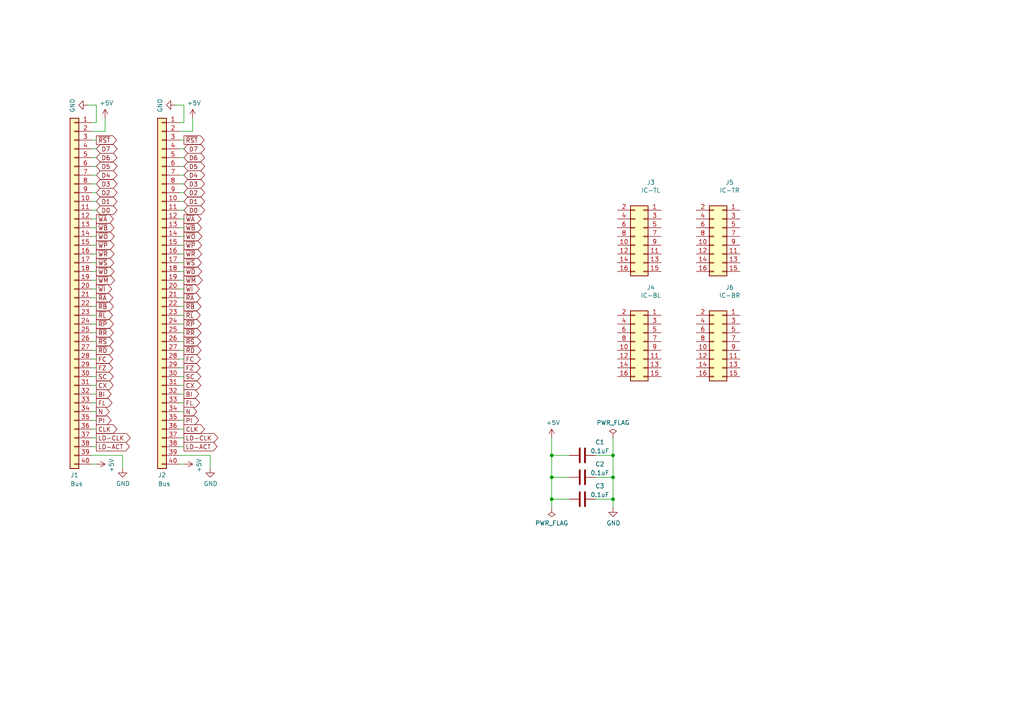
<source format=kicad_sch>
(kicad_sch (version 20231120) (generator "eeschema") (generator_version "8.0")
  (paper "A4")
  (lib_symbols
    (symbol "Connector_Generic:Conn_01x40" (pin_names (offset 1.016) hide)
      (property "Reference" "J" (at 0 50.8 0))
      (property "Value" "Conn_01x40" (at 0 -53.34 0))
      (symbol "Conn_01x40_1_1"
        (rectangle (start -1.27 -50.673) (end 0 -50.927) (stroke (width 0.1524)))
        (rectangle (start -1.27 -48.133) (end 0 -48.387) (stroke (width 0.1524)))
        (rectangle (start -1.27 -45.593) (end 0 -45.847) (stroke (width 0.1524)))
        (rectangle (start -1.27 -43.053) (end 0 -43.307) (stroke (width 0.1524)))
        (rectangle (start -1.27 -40.513) (end 0 -40.767) (stroke (width 0.1524)))
        (rectangle (start -1.27 -37.973) (end 0 -38.227) (stroke (width 0.1524)))
        (rectangle (start -1.27 -35.433) (end 0 -35.687) (stroke (width 0.1524)))
        (rectangle (start -1.27 -32.893) (end 0 -33.147) (stroke (width 0.1524)))
        (rectangle (start -1.27 -30.353) (end 0 -30.607) (stroke (width 0.1524)))
        (rectangle (start -1.27 -27.813) (end 0 -28.067) (stroke (width 0.1524)))
        (rectangle (start -1.27 -25.273) (end 0 -25.527) (stroke (width 0.1524)))
        (rectangle (start -1.27 -22.733) (end 0 -22.987) (stroke (width 0.1524)))
        (rectangle (start -1.27 -20.193) (end 0 -20.447) (stroke (width 0.1524)))
        (rectangle (start -1.27 -17.653) (end 0 -17.907) (stroke (width 0.1524)))
        (rectangle (start -1.27 -15.113) (end 0 -15.367) (stroke (width 0.1524)))
        (rectangle (start -1.27 -12.573) (end 0 -12.827) (stroke (width 0.1524)))
        (rectangle (start -1.27 -10.033) (end 0 -10.287) (stroke (width 0.1524)))
        (rectangle (start -1.27 -7.493) (end 0 -7.747) (stroke (width 0.1524)))
        (rectangle (start -1.27 -4.953) (end 0 -5.207) (stroke (width 0.1524)))
        (rectangle (start -1.27 -2.413) (end 0 -2.667) (stroke (width 0.1524)))
        (rectangle (start -1.27 0.127) (end 0 -0.127) (stroke (width 0.1524)))
        (rectangle (start -1.27 2.667) (end 0 2.413) (stroke (width 0.1524)))
        (rectangle (start -1.27 5.207) (end 0 4.953) (stroke (width 0.1524)))
        (rectangle (start -1.27 7.747) (end 0 7.493) (stroke (width 0.1524)))
        (rectangle (start -1.27 10.287) (end 0 10.033) (stroke (width 0.1524)))
        (rectangle (start -1.27 12.827) (end 0 12.573) (stroke (width 0.1524)))
        (rectangle (start -1.27 15.367) (end 0 15.113) (stroke (width 0.1524)))
        (rectangle (start -1.27 17.907) (end 0 17.653) (stroke (width 0.1524)))
        (rectangle (start -1.27 20.447) (end 0 20.193) (stroke (width 0.1524)))
        (rectangle (start -1.27 22.987) (end 0 22.733) (stroke (width 0.1524)))
        (rectangle (start -1.27 25.527) (end 0 25.273) (stroke (width 0.1524)))
        (rectangle (start -1.27 28.067) (end 0 27.813) (stroke (width 0.1524)))
        (rectangle (start -1.27 30.607) (end 0 30.353) (stroke (width 0.1524)))
        (rectangle (start -1.27 33.147) (end 0 32.893) (stroke (width 0.1524)))
        (rectangle (start -1.27 35.687) (end 0 35.433) (stroke (width 0.1524)))
        (rectangle (start -1.27 38.227) (end 0 37.973) (stroke (width 0.1524)))
        (rectangle (start -1.27 40.767) (end 0 40.513) (stroke (width 0.1524)))
        (rectangle (start -1.27 43.307) (end 0 43.053) (stroke (width 0.1524)))
        (rectangle (start -1.27 45.847) (end 0 45.593) (stroke (width 0.1524)))
        (rectangle (start -1.27 48.387) (end 0 48.133) (stroke (width 0.1524)))
        (rectangle (start -1.27 49.53) (end 1.27 -52.07) (stroke (width 0.254)) (fill (type background)))
        (pin passive line (at -5.08 48.26 0) (length 3.81) (name "Pin_1") (number "1"))
        (pin passive line (at -5.08 25.4 0) (length 3.81) (name "Pin_10") (number "10"))
        (pin passive line (at -5.08 22.86 0) (length 3.81) (name "Pin_11") (number "11"))
        (pin passive line (at -5.08 20.32 0) (length 3.81) (name "Pin_12") (number "12"))
        (pin passive line (at -5.08 17.78 0) (length 3.81) (name "Pin_13") (number "13"))
        (pin passive line (at -5.08 15.24 0) (length 3.81) (name "Pin_14") (number "14"))
        (pin passive line (at -5.08 12.7 0) (length 3.81) (name "Pin_15") (number "15"))
        (pin passive line (at -5.08 10.16 0) (length 3.81) (name "Pin_16") (number "16"))
        (pin passive line (at -5.08 7.62 0) (length 3.81) (name "Pin_17") (number "17"))
        (pin passive line (at -5.08 5.08 0) (length 3.81) (name "Pin_18") (number "18"))
        (pin passive line (at -5.08 2.54 0) (length 3.81) (name "Pin_19") (number "19"))
        (pin passive line (at -5.08 45.72 0) (length 3.81) (name "Pin_2") (number "2"))
        (pin passive line (at -5.08 0 0) (length 3.81) (name "Pin_20") (number "20"))
        (pin passive line (at -5.08 -2.54 0) (length 3.81) (name "Pin_21") (number "21"))
        (pin passive line (at -5.08 -5.08 0) (length 3.81) (name "Pin_22") (number "22"))
        (pin passive line (at -5.08 -7.62 0) (length 3.81) (name "Pin_23") (number "23"))
        (pin passive line (at -5.08 -10.16 0) (length 3.81) (name "Pin_24") (number "24"))
        (pin passive line (at -5.08 -12.7 0) (length 3.81) (name "Pin_25") (number "25"))
        (pin passive line (at -5.08 -15.24 0) (length 3.81) (name "Pin_26") (number "26"))
        (pin passive line (at -5.08 -17.78 0) (length 3.81) (name "Pin_27") (number "27"))
        (pin passive line (at -5.08 -20.32 0) (length 3.81) (name "Pin_28") (number "28"))
        (pin passive line (at -5.08 -22.86 0) (length 3.81) (name "Pin_29") (number "29"))
        (pin passive line (at -5.08 43.18 0) (length 3.81) (name "Pin_3") (number "3"))
        (pin passive line (at -5.08 -25.4 0) (length 3.81) (name "Pin_30") (number "30"))
        (pin passive line (at -5.08 -27.94 0) (length 3.81) (name "Pin_31") (number "31"))
        (pin passive line (at -5.08 -30.48 0) (length 3.81) (name "Pin_32") (number "32"))
        (pin passive line (at -5.08 -33.02 0) (length 3.81) (name "Pin_33") (number "33"))
        (pin passive line (at -5.08 -35.56 0) (length 3.81) (name "Pin_34") (number "34"))
        (pin passive line (at -5.08 -38.1 0) (length 3.81) (name "Pin_35") (number "35"))
        (pin passive line (at -5.08 -40.64 0) (length 3.81) (name "Pin_36") (number "36"))
        (pin passive line (at -5.08 -43.18 0) (length 3.81) (name "Pin_37") (number "37"))
        (pin passive line (at -5.08 -45.72 0) (length 3.81) (name "Pin_38") (number "38"))
        (pin passive line (at -5.08 -48.26 0) (length 3.81) (name "Pin_39") (number "39"))
        (pin passive line (at -5.08 40.64 0) (length 3.81) (name "Pin_4") (number "4"))
        (pin passive line (at -5.08 -50.8 0) (length 3.81) (name "Pin_40") (number "40"))
        (pin passive line (at -5.08 38.1 0) (length 3.81) (name "Pin_5") (number "5"))
        (pin passive line (at -5.08 35.56 0) (length 3.81) (name "Pin_6") (number "6"))
        (pin passive line (at -5.08 33.02 0) (length 3.81) (name "Pin_7") (number "7"))
        (pin passive line (at -5.08 30.48 0) (length 3.81) (name "Pin_8") (number "8"))
        (pin passive line (at -5.08 27.94 0) (length 3.81) (name "Pin_9") (number "9"))
      )
    )
    (symbol "Connector_Generic:Conn_02x08_Odd_Even" (pin_names (offset 1.016) hide)
      (property "Reference" "J" (at 1.27 10.16 0))
      (property "Value" "Conn_02x08_Odd_Even" (at 1.27 -12.7 0))
      (symbol "Conn_02x08_Odd_Even_1_1"
        (rectangle (start -1.27 -10.033) (end 0 -10.287) (stroke (width 0.1524)))
        (rectangle (start -1.27 -7.493) (end 0 -7.747) (stroke (width 0.1524)))
        (rectangle (start -1.27 -4.953) (end 0 -5.207) (stroke (width 0.1524)))
        (rectangle (start -1.27 -2.413) (end 0 -2.667) (stroke (width 0.1524)))
        (rectangle (start -1.27 0.127) (end 0 -0.127) (stroke (width 0.1524)))
        (rectangle (start -1.27 2.667) (end 0 2.413) (stroke (width 0.1524)))
        (rectangle (start -1.27 5.207) (end 0 4.953) (stroke (width 0.1524)))
        (rectangle (start -1.27 7.747) (end 0 7.493) (stroke (width 0.1524)))
        (rectangle (start -1.27 8.89) (end 3.81 -11.43) (stroke (width 0.254)) (fill (type background)))
        (rectangle (start 3.81 -10.033) (end 2.54 -10.287) (stroke (width 0.1524)))
        (rectangle (start 3.81 -7.493) (end 2.54 -7.747) (stroke (width 0.1524)))
        (rectangle (start 3.81 -4.953) (end 2.54 -5.207) (stroke (width 0.1524)))
        (rectangle (start 3.81 -2.413) (end 2.54 -2.667) (stroke (width 0.1524)))
        (rectangle (start 3.81 0.127) (end 2.54 -0.127) (stroke (width 0.1524)))
        (rectangle (start 3.81 2.667) (end 2.54 2.413) (stroke (width 0.1524)))
        (rectangle (start 3.81 5.207) (end 2.54 4.953) (stroke (width 0.1524)))
        (rectangle (start 3.81 7.747) (end 2.54 7.493) (stroke (width 0.1524)))
        (pin passive line (at -5.08 7.62 0) (length 3.81) (name "Pin_1") (number "1"))
        (pin passive line (at 7.62 -2.54 180) (length 3.81) (name "Pin_10") (number "10"))
        (pin passive line (at -5.08 -5.08 0) (length 3.81) (name "Pin_11") (number "11"))
        (pin passive line (at 7.62 -5.08 180) (length 3.81) (name "Pin_12") (number "12"))
        (pin passive line (at -5.08 -7.62 0) (length 3.81) (name "Pin_13") (number "13"))
        (pin passive line (at 7.62 -7.62 180) (length 3.81) (name "Pin_14") (number "14"))
        (pin passive line (at -5.08 -10.16 0) (length 3.81) (name "Pin_15") (number "15"))
        (pin passive line (at 7.62 -10.16 180) (length 3.81) (name "Pin_16") (number "16"))
        (pin passive line (at 7.62 7.62 180) (length 3.81) (name "Pin_2") (number "2"))
        (pin passive line (at -5.08 5.08 0) (length 3.81) (name "Pin_3") (number "3"))
        (pin passive line (at 7.62 5.08 180) (length 3.81) (name "Pin_4") (number "4"))
        (pin passive line (at -5.08 2.54 0) (length 3.81) (name "Pin_5") (number "5"))
        (pin passive line (at 7.62 2.54 180) (length 3.81) (name "Pin_6") (number "6"))
        (pin passive line (at -5.08 0 0) (length 3.81) (name "Pin_7") (number "7"))
        (pin passive line (at 7.62 0 180) (length 3.81) (name "Pin_8") (number "8"))
        (pin passive line (at -5.08 -2.54 0) (length 3.81) (name "Pin_9") (number "9"))
      )
    )
    (symbol "Device:C" (pin_numbers hide) (pin_names (offset 0.254))
      (property "Reference" "C" (at 0.635 2.54 0))
      (property "Value" "C" (at 0.635 -2.54 0))
      (symbol "C_0_1"
        (polyline (pts (xy -2.032 -0.762) (xy 2.032 -0.762)) (stroke (width 0.508)))
        (polyline (pts (xy -2.032 0.762) (xy 2.032 0.762)) (stroke (width 0.508)))
      )
      (symbol "C_1_1"
        (pin passive line (at 0 3.81 270) (length 2.794) (name "~") (number "1"))
        (pin passive line (at 0 -3.81 90) (length 2.794) (name "~") (number "2"))
      )
    )
    (symbol "microcode-rescue:+5V-power" (power) (pin_names (offset 0))
      (property "Value" "power_+5V" (at 0 3.556 0))
      (symbol "+5V-power_0_1"
        (polyline (pts (xy -0.762 1.27) (xy 0 2.54)))
        (polyline (pts (xy 0 0) (xy 0 2.54)))
        (polyline (pts (xy 0 2.54) (xy 0.762 1.27)))
      )
      (symbol "+5V-power_1_1"
        (pin power_in line (at 0 0 90) (length 0) hide (name "+5V") (number "1"))
      )
    )
    (symbol "microcode-rescue:GND-power" (power) (pin_names (offset 0))
      (property "Value" "power_GND" (at 0 -3.81 0))
      (symbol "GND-power_0_1"
        (polyline (pts (xy 0 0) (xy 0 -1.27) (xy 1.27 -1.27) (xy 0 -2.54) (xy -1.27 -1.27) (xy 0 -1.27)))
      )
      (symbol "GND-power_1_1"
        (pin power_in line (at 0 0 270) (length 0) hide (name "GND") (number "1"))
      )
    )
    (symbol "power:+5V" (power) (pin_numbers hide) (pin_names (offset 0) hide)
      (property "Value" "+5V" (at 0 3.556 0))
      (symbol "+5V_0_1"
        (polyline (pts (xy -0.762 1.27) (xy 0 2.54)))
        (polyline (pts (xy 0 0) (xy 0 2.54)))
        (polyline (pts (xy 0 2.54) (xy 0.762 1.27)))
      )
      (symbol "+5V_1_1"
        (pin power_in line (at 0 0 90) (length 0) (name "~") (number "1"))
      )
    )
    (symbol "power:GND" (power) (pin_numbers hide) (pin_names (offset 0) hide)
      (property "Value" "GND" (at 0 -3.81 0))
      (symbol "GND_0_1"
        (polyline (pts (xy 0 0) (xy 0 -1.27) (xy 1.27 -1.27) (xy 0 -2.54) (xy -1.27 -1.27) (xy 0 -1.27)))
      )
      (symbol "GND_1_1"
        (pin power_in line (at 0 0 270) (length 0) (name "~") (number "1"))
      )
    )
    (symbol "power:PWR_FLAG" (power) (pin_numbers hide) (pin_names (offset 0) hide)
      (property "Value" "PWR_FLAG" (at 0 3.81 0))
      (symbol "PWR_FLAG_0_0"
        (pin power_out line (at 0 0 90) (length 0) (name "~") (number "1"))
      )
      (symbol "PWR_FLAG_0_1"
        (polyline (pts (xy 0 0) (xy 0 1.27) (xy -1.016 1.905) (xy 0 2.54) (xy 1.016 1.905) (xy 0 1.27)))
      )
    )
  )
  (junction (at 160.02 132.08))
  (junction (at 177.8 132.08))
  (junction (at 160.02 144.78))
  (junction (at 160.02 138.43))
  (junction (at 177.8 144.78))
  (junction (at 177.8 138.43))
  (wire (pts (xy 53.34 106.68) (xy 52.07 106.68)))
  (wire (pts (xy 160.02 127) (xy 160.02 132.08)))
  (wire (pts (xy 26.67 38.1) (xy 30.48 38.1)))
  (wire (pts (xy 27.94 53.34) (xy 26.67 53.34)))
  (wire (pts (xy 26.67 132.08) (xy 35.56 132.08)))
  (wire (pts (xy 27.94 109.22) (xy 26.67 109.22)))
  (wire (pts (xy 53.34 93.98) (xy 52.07 93.98)))
  (wire (pts (xy 53.34 81.28) (xy 52.07 81.28)))
  (wire (pts (xy 53.34 83.82) (xy 52.07 83.82)))
  (wire (pts (xy 27.94 111.76) (xy 26.67 111.76)))
  (wire (pts (xy 52.07 121.92) (xy 53.34 121.92)))
  (wire (pts (xy 27.94 48.26) (xy 26.67 48.26)))
  (wire (pts (xy 53.34 134.62) (xy 52.07 134.62)))
  (wire (pts (xy 177.8 144.78) (xy 177.8 147.32)))
  (wire (pts (xy 172.72 132.08) (xy 177.8 132.08)))
  (wire (pts (xy 177.8 138.43) (xy 177.8 144.78)))
  (wire (pts (xy 26.67 76.2) (xy 27.94 76.2)))
  (wire (pts (xy 27.94 35.56) (xy 26.67 35.56)))
  (wire (pts (xy 53.34 96.52) (xy 52.07 96.52)))
  (wire (pts (xy 27.94 50.8) (xy 26.67 50.8)))
  (wire (pts (xy 160.02 144.78) (xy 160.02 147.32)))
  (wire (pts (xy 52.07 119.38) (xy 53.34 119.38)))
  (wire (pts (xy 53.34 88.9) (xy 52.07 88.9)))
  (wire (pts (xy 27.94 66.04) (xy 26.67 66.04)))
  (wire (pts (xy 60.96 132.08) (xy 60.96 135.89)))
  (wire (pts (xy 27.94 106.68) (xy 26.67 106.68)))
  (wire (pts (xy 27.94 73.66) (xy 26.67 73.66)))
  (wire (pts (xy 177.8 132.08) (xy 177.8 138.43)))
  (wire (pts (xy 26.67 78.74) (xy 27.94 78.74)))
  (wire (pts (xy 53.34 40.64) (xy 52.07 40.64)))
  (wire (pts (xy 165.1 138.43) (xy 160.02 138.43)))
  (wire (pts (xy 27.94 93.98) (xy 26.67 93.98)))
  (wire (pts (xy 53.34 71.12) (xy 52.07 71.12)))
  (wire (pts (xy 27.94 45.72) (xy 26.67 45.72)))
  (wire (pts (xy 27.94 40.64) (xy 26.67 40.64)))
  (wire (pts (xy 52.07 129.54) (xy 53.34 129.54)))
  (wire (pts (xy 27.94 114.3) (xy 26.67 114.3)))
  (wire (pts (xy 27.94 88.9) (xy 26.67 88.9)))
  (wire (pts (xy 53.34 55.88) (xy 52.07 55.88)))
  (wire (pts (xy 165.1 144.78) (xy 160.02 144.78)))
  (wire (pts (xy 53.34 111.76) (xy 52.07 111.76)))
  (wire (pts (xy 27.94 81.28) (xy 26.67 81.28)))
  (wire (pts (xy 53.34 109.22) (xy 52.07 109.22)))
  (wire (pts (xy 27.94 58.42) (xy 26.67 58.42)))
  (wire (pts (xy 53.34 73.66) (xy 52.07 73.66)))
  (wire (pts (xy 26.67 101.6) (xy 27.94 101.6)))
  (wire (pts (xy 27.94 68.58) (xy 26.67 68.58)))
  (wire (pts (xy 160.02 132.08) (xy 160.02 138.43)))
  (wire (pts (xy 27.94 55.88) (xy 26.67 55.88)))
  (wire (pts (xy 172.72 144.78) (xy 177.8 144.78)))
  (wire (pts (xy 53.34 48.26) (xy 52.07 48.26)))
  (wire (pts (xy 52.07 78.74) (xy 53.34 78.74)))
  (wire (pts (xy 52.07 127) (xy 53.34 127)))
  (wire (pts (xy 52.07 132.08) (xy 60.96 132.08)))
  (wire (pts (xy 27.94 91.44) (xy 26.67 91.44)))
  (wire (pts (xy 52.07 76.2) (xy 53.34 76.2)))
  (wire (pts (xy 27.94 83.82) (xy 26.67 83.82)))
  (wire (pts (xy 53.34 66.04) (xy 52.07 66.04)))
  (wire (pts (xy 53.34 53.34) (xy 52.07 53.34)))
  (wire (pts (xy 53.34 104.14) (xy 52.07 104.14)))
  (wire (pts (xy 53.34 43.18) (xy 52.07 43.18)))
  (wire (pts (xy 53.34 30.48) (xy 53.34 35.56)))
  (wire (pts (xy 27.94 60.96) (xy 26.67 60.96)))
  (wire (pts (xy 25.4 30.48) (xy 27.94 30.48)))
  (wire (pts (xy 26.67 124.46) (xy 27.94 124.46)))
  (wire (pts (xy 26.67 129.54) (xy 27.94 129.54)))
  (wire (pts (xy 53.34 114.3) (xy 52.07 114.3)))
  (wire (pts (xy 30.48 34.29) (xy 30.48 38.1)))
  (wire (pts (xy 53.34 58.42) (xy 52.07 58.42)))
  (wire (pts (xy 55.88 34.29) (xy 55.88 38.1)))
  (wire (pts (xy 53.34 86.36) (xy 52.07 86.36)))
  (wire (pts (xy 27.94 43.18) (xy 26.67 43.18)))
  (wire (pts (xy 26.67 119.38) (xy 27.94 119.38)))
  (wire (pts (xy 52.07 38.1) (xy 55.88 38.1)))
  (wire (pts (xy 172.72 138.43) (xy 177.8 138.43)))
  (wire (pts (xy 53.34 45.72) (xy 52.07 45.72)))
  (wire (pts (xy 27.94 63.5) (xy 26.67 63.5)))
  (wire (pts (xy 27.94 86.36) (xy 26.67 86.36)))
  (wire (pts (xy 26.67 121.92) (xy 27.94 121.92)))
  (wire (pts (xy 53.34 99.06) (xy 52.07 99.06)))
  (wire (pts (xy 53.34 35.56) (xy 52.07 35.56)))
  (wire (pts (xy 52.07 124.46) (xy 53.34 124.46)))
  (wire (pts (xy 165.1 132.08) (xy 160.02 132.08)))
  (wire (pts (xy 53.34 116.84) (xy 52.07 116.84)))
  (wire (pts (xy 177.8 127) (xy 177.8 132.08)))
  (wire (pts (xy 27.94 96.52) (xy 26.67 96.52)))
  (wire (pts (xy 35.56 132.08) (xy 35.56 135.89)))
  (wire (pts (xy 27.94 104.14) (xy 26.67 104.14)))
  (wire (pts (xy 160.02 138.43) (xy 160.02 144.78)))
  (wire (pts (xy 53.34 91.44) (xy 52.07 91.44)))
  (wire (pts (xy 27.94 99.06) (xy 26.67 99.06)))
  (wire (pts (xy 27.94 116.84) (xy 26.67 116.84)))
  (wire (pts (xy 27.94 30.48) (xy 27.94 35.56)))
  (wire (pts (xy 53.34 68.58) (xy 52.07 68.58)))
  (wire (pts (xy 50.8 30.48) (xy 53.34 30.48)))
  (wire (pts (xy 27.94 134.62) (xy 26.67 134.62)))
  (wire (pts (xy 26.67 127) (xy 27.94 127)))
  (wire (pts (xy 52.07 101.6) (xy 53.34 101.6)))
  (wire (pts (xy 53.34 60.96) (xy 52.07 60.96)))
  (wire (pts (xy 53.34 50.8) (xy 52.07 50.8)))
  (wire (pts (xy 53.34 63.5) (xy 52.07 63.5)))
  (wire (pts (xy 27.94 71.12) (xy 26.67 71.12)))
  (global_label "D1" (shape bidirectional) (at 53.34 58.42 0) (property "Intersheetrefs" "${INTERSHEET_REFS}" (effects (hide yes))))
  (global_label "~{WD}" (shape output) (at 27.94 78.74 0) (property "Intersheetrefs" "${INTERSHEET_REFS}" (effects (hide yes))))
  (global_label "D5" (shape bidirectional) (at 27.94 48.26 0) (property "Intersheetrefs" "${INTERSHEET_REFS}" (effects (hide yes))))
  (global_label "D5" (shape bidirectional) (at 53.34 48.26 0) (property "Intersheetrefs" "${INTERSHEET_REFS}" (effects (hide yes))))
  (global_label "N" (shape output) (at 53.34 119.38 0) (property "Intersheetrefs" "${INTERSHEET_REFS}" (effects (hide yes))))
  (global_label "CX" (shape output) (at 27.94 111.76 0) (property "Intersheetrefs" "${INTERSHEET_REFS}" (effects (hide yes))))
  (global_label "D3" (shape bidirectional) (at 27.94 53.34 0) (property "Intersheetrefs" "${INTERSHEET_REFS}" (effects (hide yes))))
  (global_label "~{RD}" (shape output) (at 27.94 101.6 0) (property "Intersheetrefs" "${INTERSHEET_REFS}" (effects (hide yes))))
  (global_label "~{WR}" (shape output) (at 53.34 73.66 0) (property "Intersheetrefs" "${INTERSHEET_REFS}" (effects (hide yes))))
  (global_label "FL" (shape output) (at 53.34 116.84 0) (property "Intersheetrefs" "${INTERSHEET_REFS}" (effects (hide yes))))
  (global_label "~{WO}" (shape output) (at 27.94 68.58 0) (property "Intersheetrefs" "${INTERSHEET_REFS}" (effects (hide yes))))
  (global_label "~{RA}" (shape output) (at 53.34 86.36 0) (property "Intersheetrefs" "${INTERSHEET_REFS}" (effects (hide yes))))
  (global_label "~{RS}" (shape output) (at 53.34 99.06 0) (property "Intersheetrefs" "${INTERSHEET_REFS}" (effects (hide yes))))
  (global_label "~{WR}" (shape output) (at 27.94 73.66 0) (property "Intersheetrefs" "${INTERSHEET_REFS}" (effects (hide yes))))
  (global_label "LD-CLK" (shape output) (at 53.34 127 0) (property "Intersheetrefs" "${INTERSHEET_REFS}" (effects (hide yes))))
  (global_label "CLK" (shape output) (at 27.94 124.46 0) (property "Intersheetrefs" "${INTERSHEET_REFS}" (effects (hide yes))))
  (global_label "~{RL}" (shape output) (at 27.94 91.44 0) (property "Intersheetrefs" "${INTERSHEET_REFS}" (effects (hide yes))))
  (global_label "~{WO}" (shape output) (at 53.34 68.58 0) (property "Intersheetrefs" "${INTERSHEET_REFS}" (effects (hide yes))))
  (global_label "~{RS}" (shape output) (at 27.94 99.06 0) (property "Intersheetrefs" "${INTERSHEET_REFS}" (effects (hide yes))))
  (global_label "D6" (shape bidirectional) (at 27.94 45.72 0) (property "Intersheetrefs" "${INTERSHEET_REFS}" (effects (hide yes))))
  (global_label "~{WB}" (shape output) (at 27.94 66.04 0) (property "Intersheetrefs" "${INTERSHEET_REFS}" (effects (hide yes))))
  (global_label "LD-ACT" (shape output) (at 53.34 129.54 0) (property "Intersheetrefs" "${INTERSHEET_REFS}" (effects (hide yes))))
  (global_label "~{RA}" (shape output) (at 27.94 86.36 0) (property "Intersheetrefs" "${INTERSHEET_REFS}" (effects (hide yes))))
  (global_label "~{WI}" (shape output) (at 53.34 83.82 0) (property "Intersheetrefs" "${INTERSHEET_REFS}" (effects (hide yes))))
  (global_label "CX" (shape output) (at 53.34 111.76 0) (property "Intersheetrefs" "${INTERSHEET_REFS}" (effects (hide yes))))
  (global_label "D0" (shape bidirectional) (at 53.34 60.96 0) (property "Intersheetrefs" "${INTERSHEET_REFS}" (effects (hide yes))))
  (global_label "D3" (shape bidirectional) (at 53.34 53.34 0) (property "Intersheetrefs" "${INTERSHEET_REFS}" (effects (hide yes))))
  (global_label "D6" (shape bidirectional) (at 53.34 45.72 0) (property "Intersheetrefs" "${INTERSHEET_REFS}" (effects (hide yes))))
  (global_label "~{RL}" (shape output) (at 53.34 91.44 0) (property "Intersheetrefs" "${INTERSHEET_REFS}" (effects (hide yes))))
  (global_label "~{RB}" (shape output) (at 53.34 88.9 0) (property "Intersheetrefs" "${INTERSHEET_REFS}" (effects (hide yes))))
  (global_label "~{WS}" (shape output) (at 53.34 76.2 0) (property "Intersheetrefs" "${INTERSHEET_REFS}" (effects (hide yes))))
  (global_label "D2" (shape bidirectional) (at 27.94 55.88 0) (property "Intersheetrefs" "${INTERSHEET_REFS}" (effects (hide yes))))
  (global_label "CLK" (shape output) (at 53.34 124.46 0) (property "Intersheetrefs" "${INTERSHEET_REFS}" (effects (hide yes))))
  (global_label "LD-ACT" (shape output) (at 27.94 129.54 0) (property "Intersheetrefs" "${INTERSHEET_REFS}" (effects (hide yes))))
  (global_label "~{WS}" (shape output) (at 27.94 76.2 0) (property "Intersheetrefs" "${INTERSHEET_REFS}" (effects (hide yes))))
  (global_label "D0" (shape bidirectional) (at 27.94 60.96 0) (property "Intersheetrefs" "${INTERSHEET_REFS}" (effects (hide yes))))
  (global_label "SC" (shape output) (at 53.34 109.22 0) (property "Intersheetrefs" "${INTERSHEET_REFS}" (effects (hide yes))))
  (global_label "FZ" (shape output) (at 27.94 106.68 0) (property "Intersheetrefs" "${INTERSHEET_REFS}" (effects (hide yes))))
  (global_label "~{RP}" (shape output) (at 27.94 93.98 0) (property "Intersheetrefs" "${INTERSHEET_REFS}" (effects (hide yes))))
  (global_label "~{RD}" (shape output) (at 53.34 101.6 0) (property "Intersheetrefs" "${INTERSHEET_REFS}" (effects (hide yes))))
  (global_label "~{RR}" (shape output) (at 53.34 96.52 0) (property "Intersheetrefs" "${INTERSHEET_REFS}" (effects (hide yes))))
  (global_label "FC" (shape output) (at 53.34 104.14 0) (property "Intersheetrefs" "${INTERSHEET_REFS}" (effects (hide yes))))
  (global_label "~{WI}" (shape output) (at 27.94 83.82 0) (property "Intersheetrefs" "${INTERSHEET_REFS}" (effects (hide yes))))
  (global_label "FZ" (shape output) (at 53.34 106.68 0) (property "Intersheetrefs" "${INTERSHEET_REFS}" (effects (hide yes))))
  (global_label "FL" (shape output) (at 27.94 116.84 0) (property "Intersheetrefs" "${INTERSHEET_REFS}" (effects (hide yes))))
  (global_label "~{WM}" (shape output) (at 53.34 81.28 0) (property "Intersheetrefs" "${INTERSHEET_REFS}" (effects (hide yes))))
  (global_label "~{RR}" (shape output) (at 27.94 96.52 0) (property "Intersheetrefs" "${INTERSHEET_REFS}" (effects (hide yes))))
  (global_label "~{RP}" (shape output) (at 53.34 93.98 0) (property "Intersheetrefs" "${INTERSHEET_REFS}" (effects (hide yes))))
  (global_label "~{WA}" (shape output) (at 53.34 63.5 0) (property "Intersheetrefs" "${INTERSHEET_REFS}" (effects (hide yes))))
  (global_label "LD-CLK" (shape output) (at 27.94 127 0) (property "Intersheetrefs" "${INTERSHEET_REFS}" (effects (hide yes))))
  (global_label "PI" (shape output) (at 27.94 121.92 0) (property "Intersheetrefs" "${INTERSHEET_REFS}" (effects (hide yes))))
  (global_label "~{RST}" (shape output) (at 53.34 40.64 0) (property "Intersheetrefs" "${INTERSHEET_REFS}" (effects (hide yes))))
  (global_label "~{RB}" (shape output) (at 27.94 88.9 0) (property "Intersheetrefs" "${INTERSHEET_REFS}" (effects (hide yes))))
  (global_label "BI" (shape output) (at 53.34 114.3 0) (property "Intersheetrefs" "${INTERSHEET_REFS}" (effects (hide yes))))
  (global_label "D1" (shape bidirectional) (at 27.94 58.42 0) (property "Intersheetrefs" "${INTERSHEET_REFS}" (effects (hide yes))))
  (global_label "D4" (shape bidirectional) (at 27.94 50.8 0) (property "Intersheetrefs" "${INTERSHEET_REFS}" (effects (hide yes))))
  (global_label "BI" (shape output) (at 27.94 114.3 0) (property "Intersheetrefs" "${INTERSHEET_REFS}" (effects (hide yes))))
  (global_label "FC" (shape output) (at 27.94 104.14 0) (property "Intersheetrefs" "${INTERSHEET_REFS}" (effects (hide yes))))
  (global_label "~{WB}" (shape output) (at 53.34 66.04 0) (property "Intersheetrefs" "${INTERSHEET_REFS}" (effects (hide yes))))
  (global_label "~{WM}" (shape output) (at 27.94 81.28 0) (property "Intersheetrefs" "${INTERSHEET_REFS}" (effects (hide yes))))
  (global_label "~{RST}" (shape output) (at 27.94 40.64 0) (property "Intersheetrefs" "${INTERSHEET_REFS}" (effects (hide yes))))
  (global_label "~{WP}" (shape output) (at 27.94 71.12 0) (property "Intersheetrefs" "${INTERSHEET_REFS}" (effects (hide yes))))
  (global_label "SC" (shape output) (at 27.94 109.22 0) (property "Intersheetrefs" "${INTERSHEET_REFS}" (effects (hide yes))))
  (global_label "~{WA}" (shape output) (at 27.94 63.5 0) (property "Intersheetrefs" "${INTERSHEET_REFS}" (effects (hide yes))))
  (global_label "D7" (shape bidirectional) (at 53.34 43.18 0) (property "Intersheetrefs" "${INTERSHEET_REFS}" (effects (hide yes))))
  (global_label "N" (shape output) (at 27.94 119.38 0) (property "Intersheetrefs" "${INTERSHEET_REFS}" (effects (hide yes))))
  (global_label "D2" (shape bidirectional) (at 53.34 55.88 0) (property "Intersheetrefs" "${INTERSHEET_REFS}" (effects (hide yes))))
  (global_label "D7" (shape bidirectional) (at 27.94 43.18 0) (property "Intersheetrefs" "${INTERSHEET_REFS}" (effects (hide yes))))
  (global_label "~{WP}" (shape output) (at 53.34 71.12 0) (property "Intersheetrefs" "${INTERSHEET_REFS}" (effects (hide yes))))
  (global_label "D4" (shape bidirectional) (at 53.34 50.8 0) (property "Intersheetrefs" "${INTERSHEET_REFS}" (effects (hide yes))))
  (global_label "~{WD}" (shape output) (at 53.34 78.74 0) (property "Intersheetrefs" "${INTERSHEET_REFS}" (effects (hide yes))))
  (global_label "PI" (shape output) (at 53.34 121.92 0) (property "Intersheetrefs" "${INTERSHEET_REFS}" (effects (hide yes))))
  (symbol (lib_id "Connector_Generic:Conn_02x08_Odd_Even") (at 186.69 68.58 0) (mirror y) (unit 1)
    (property "Reference" "J3" (at 188.7728 52.9082 0))
    (property "Value" "IC-TL" (at 188.7728 55.2196 0))
    (property "Footprint" "Connector_PinHeader_2.54mm:PinHeader_2x08_P2.54mm_Vertical" (effects (hide yes)))
  )
  (symbol (lib_id "Connector_Generic:Conn_02x08_Odd_Even") (at 209.55 68.58 0) (mirror y) (unit 1)
    (property "Reference" "J5" (at 211.6328 52.9082 0))
    (property "Value" "IC-TR" (at 211.6328 55.2196 0))
    (property "Footprint" "Connector_PinHeader_2.54mm:PinHeader_2x08_P2.54mm_Vertical" (effects (hide yes)))
  )
  (symbol (lib_id "Connector_Generic:Conn_02x08_Odd_Even") (at 186.69 99.06 0) (mirror y) (unit 1)
    (property "Reference" "J4" (at 188.7728 83.3882 0))
    (property "Value" "IC-BL" (at 188.7728 85.6996 0))
    (property "Footprint" "Connector_PinHeader_2.54mm:PinHeader_2x08_P2.54mm_Vertical" (effects (hide yes)))
  )
  (symbol (lib_id "Connector_Generic:Conn_02x08_Odd_Even") (at 209.55 99.06 0) (mirror y) (unit 1)
    (property "Reference" "J6" (at 211.6328 83.3882 0))
    (property "Value" "IC-BR" (at 211.6328 85.6996 0))
    (property "Footprint" "Connector_PinHeader_2.54mm:PinHeader_2x08_P2.54mm_Vertical" (effects (hide yes)))
  )
  (symbol (lib_id "Device:C") (at 168.91 132.08 270) (unit 1)
    (property "Reference" "C1" (at 173.99 128.27 90))
    (property "Value" "0.1uF" (at 173.99 130.81 90))
    (property "Footprint" "Capacitor_SMD:C_0805_2012Metric_Pad1.18x1.45mm_HandSolder" (effects (hide yes)))
  )
  (symbol (lib_id "power:GND") (at 177.8 147.32 0) (unit 1)
    (property "Reference" "#PWR06" (effects (hide yes)))
    (property "Value" "GND" (at 177.927 151.7142 0))
  )
  (symbol (lib_id "power:+5V") (at 160.02 127 0) (unit 1)
    (property "Reference" "#PWR05" (effects (hide yes)))
    (property "Value" "+5V" (at 160.401 122.6058 0))
  )
  (symbol (lib_id "power:PWR_FLAG") (at 177.8 127 0) (unit 1)
    (property "Reference" "#FLG02" (effects (hide yes)))
    (property "Value" "PWR_FLAG" (at 177.8 122.6058 0))
  )
  (symbol (lib_id "power:PWR_FLAG") (at 160.02 147.32 180) (unit 1)
    (property "Reference" "#FLG01" (effects (hide yes)))
    (property "Value" "PWR_FLAG" (at 160.02 151.7142 0))
  )
  (symbol (lib_id "Device:C") (at 168.91 138.43 270) (unit 1)
    (property "Reference" "C2" (at 173.99 134.62 90))
    (property "Value" "0.1uF" (at 173.99 137.16 90))
    (property "Footprint" "Capacitor_SMD:C_0805_2012Metric_Pad1.18x1.45mm_HandSolder" (effects (hide yes)))
  )
  (symbol (lib_id "Device:C") (at 168.91 144.78 270) (unit 1)
    (property "Reference" "C3" (at 173.99 140.97 90))
    (property "Value" "0.1uF" (at 173.99 143.51 90))
    (property "Footprint" "Capacitor_SMD:C_0805_2012Metric_Pad1.18x1.45mm_HandSolder" (effects (hide yes)))
  )
  (symbol (lib_id "microcode-rescue:GND-power") (at 60.96 135.89 0) (unit 1)
    (property "Reference" "#PWR010" (effects (hide yes)))
    (property "Value" "GND" (at 61.087 140.2842 0))
  )
  (symbol (lib_id "microcode-rescue:GND-power") (at 25.4 30.48 270) (unit 1)
    (property "Reference" "#PWR01" (effects (hide yes)))
    (property "Value" "GND" (at 21.0058 30.607 0))
  )
  (symbol (lib_id "microcode-rescue:GND-power") (at 50.8 30.48 270) (unit 1)
    (property "Reference" "#PWR07" (effects (hide yes)))
    (property "Value" "GND" (at 46.4058 30.607 0))
  )
  (symbol (lib_id "microcode-rescue:+5V-power") (at 30.48 34.29 0) (unit 1)
    (property "Reference" "#PWR03" (effects (hide yes)))
    (property "Value" "+5V" (at 30.861 29.8958 0))
  )
  (symbol (lib_id "microcode-rescue:+5V-power") (at 55.88 34.29 0) (unit 1)
    (property "Reference" "#PWR09" (effects (hide yes)))
    (property "Value" "+5V" (at 56.261 29.8958 0))
  )
  (symbol (lib_id "Connector_Generic:Conn_01x40") (at 21.59 83.82 0) (mirror y) (unit 1)
    (property "Reference" "J1" (at 21.59 137.795 0))
    (property "Value" "Bus" (at 22.225 140.335 0))
    (property "Footprint" "Connector_PinHeader_2.54mm:PinHeader_1x40_P2.54mm_Vertical" (effects (hide yes)))
  )
  (symbol (lib_id "microcode-rescue:+5V-power") (at 53.34 134.62 270) (unit 1)
    (property "Reference" "#PWR08" (effects (hide yes)))
    (property "Value" "+5V" (at 57.7342 135.001 0))
  )
  (symbol (lib_id "Connector_Generic:Conn_01x40") (at 46.99 83.82 0) (mirror y) (unit 1)
    (property "Reference" "J2" (at 46.99 137.795 0))
    (property "Value" "Bus" (at 47.625 140.335 0))
    (property "Footprint" "Connector_PinHeader_2.54mm:PinHeader_1x40_P2.54mm_Vertical" (effects (hide yes)))
  )
  (symbol (lib_id "microcode-rescue:+5V-power") (at 27.94 134.62 270) (unit 1)
    (property "Reference" "#PWR02" (effects (hide yes)))
    (property "Value" "+5V" (at 32.3342 135.001 0))
  )
  (symbol (lib_id "microcode-rescue:GND-power") (at 35.56 135.89 0) (unit 1)
    (property "Reference" "#PWR04" (effects (hide yes)))
    (property "Value" "GND" (at 35.687 140.2842 0))
  )
)
</source>
